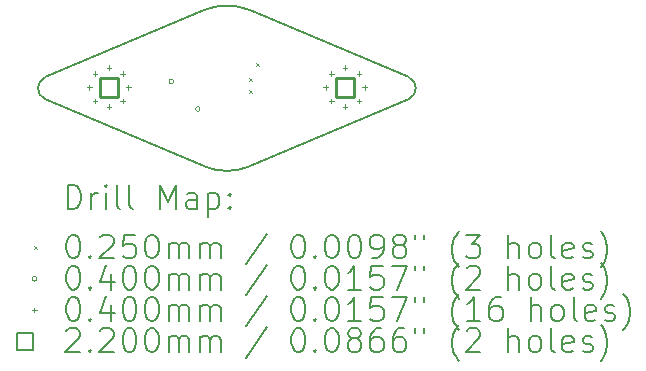
<source format=gbr>
%TF.GenerationSoftware,KiCad,Pcbnew,8.0.1*%
%TF.CreationDate,2024-05-01T16:23:47+08:00*%
%TF.ProjectId,encoder,656e636f-6465-4722-9e6b-696361645f70,rev?*%
%TF.SameCoordinates,Original*%
%TF.FileFunction,Drillmap*%
%TF.FilePolarity,Positive*%
%FSLAX45Y45*%
G04 Gerber Fmt 4.5, Leading zero omitted, Abs format (unit mm)*
G04 Created by KiCad (PCBNEW 8.0.1) date 2024-05-01 16:23:47*
%MOMM*%
%LPD*%
G01*
G04 APERTURE LIST*
%ADD10C,0.200000*%
%ADD11C,0.100000*%
%ADD12C,0.220000*%
G04 APERTURE END LIST*
D10*
X18490000Y-7385000D02*
X19834212Y-6816586D01*
X19834212Y-8137624D02*
X18490000Y-7569210D01*
X21567895Y-7569210D02*
X20223683Y-8137624D01*
X21567895Y-7385001D02*
G75*
G02*
X21567891Y-7569200I-38945J-92099D01*
G01*
X21567895Y-7385001D02*
X21567895Y-7385000D01*
X20223683Y-6816586D02*
X21567895Y-7385000D01*
X18490000Y-7569209D02*
X18490000Y-7569210D01*
X18490000Y-7569209D02*
G75*
G02*
X18489997Y-7384993I38950J92109D01*
G01*
X20223683Y-8137624D02*
G75*
G02*
X19834213Y-8137622I-194733J460514D01*
G01*
X21567895Y-7569209D02*
X21567895Y-7569210D01*
X18490000Y-7385001D02*
X18490000Y-7385000D01*
X19834212Y-6816586D02*
G75*
G02*
X20223683Y-6816586I194735J-460517D01*
G01*
D11*
X20217500Y-7394000D02*
X20242500Y-7419000D01*
X20242500Y-7394000D02*
X20217500Y-7419000D01*
X20217500Y-7491500D02*
X20242500Y-7516500D01*
X20242500Y-7491500D02*
X20217500Y-7516500D01*
X20276900Y-7267000D02*
X20301900Y-7292000D01*
X20301900Y-7267000D02*
X20276900Y-7292000D01*
X19579400Y-7420000D02*
G75*
G02*
X19539400Y-7420000I-20000J0D01*
G01*
X19539400Y-7420000D02*
G75*
G02*
X19579400Y-7420000I20000J0D01*
G01*
X19802500Y-7654000D02*
G75*
G02*
X19762500Y-7654000I-20000J0D01*
G01*
X19762500Y-7654000D02*
G75*
G02*
X19802500Y-7654000I20000J0D01*
G01*
X18865000Y-7450000D02*
X18865000Y-7490000D01*
X18845000Y-7470000D02*
X18885000Y-7470000D01*
X18913327Y-7333327D02*
X18913327Y-7373327D01*
X18893327Y-7353327D02*
X18933327Y-7353327D01*
X18913327Y-7566673D02*
X18913327Y-7606673D01*
X18893327Y-7586673D02*
X18933327Y-7586673D01*
X19030000Y-7285000D02*
X19030000Y-7325000D01*
X19010000Y-7305000D02*
X19050000Y-7305000D01*
X19030000Y-7615000D02*
X19030000Y-7655000D01*
X19010000Y-7635000D02*
X19050000Y-7635000D01*
X19146673Y-7333327D02*
X19146673Y-7373327D01*
X19126673Y-7353327D02*
X19166673Y-7353327D01*
X19146673Y-7566673D02*
X19146673Y-7606673D01*
X19126673Y-7586673D02*
X19166673Y-7586673D01*
X19195000Y-7450000D02*
X19195000Y-7490000D01*
X19175000Y-7470000D02*
X19215000Y-7470000D01*
X20865000Y-7450000D02*
X20865000Y-7490000D01*
X20845000Y-7470000D02*
X20885000Y-7470000D01*
X20913327Y-7333327D02*
X20913327Y-7373327D01*
X20893327Y-7353327D02*
X20933327Y-7353327D01*
X20913327Y-7566673D02*
X20913327Y-7606673D01*
X20893327Y-7586673D02*
X20933327Y-7586673D01*
X21030000Y-7285000D02*
X21030000Y-7325000D01*
X21010000Y-7305000D02*
X21050000Y-7305000D01*
X21030000Y-7615000D02*
X21030000Y-7655000D01*
X21010000Y-7635000D02*
X21050000Y-7635000D01*
X21146673Y-7333327D02*
X21146673Y-7373327D01*
X21126673Y-7353327D02*
X21166673Y-7353327D01*
X21146673Y-7566673D02*
X21146673Y-7606673D01*
X21126673Y-7586673D02*
X21166673Y-7586673D01*
X21195000Y-7450000D02*
X21195000Y-7490000D01*
X21175000Y-7470000D02*
X21215000Y-7470000D01*
D12*
X19107783Y-7547782D02*
X19107783Y-7392217D01*
X18952218Y-7392217D01*
X18952218Y-7547782D01*
X19107783Y-7547782D01*
X21107783Y-7547782D02*
X21107783Y-7392217D01*
X20952218Y-7392217D01*
X20952218Y-7547782D01*
X21107783Y-7547782D01*
D10*
X18679721Y-8498588D02*
X18679721Y-8298588D01*
X18679721Y-8298588D02*
X18727340Y-8298588D01*
X18727340Y-8298588D02*
X18755912Y-8308112D01*
X18755912Y-8308112D02*
X18774959Y-8327159D01*
X18774959Y-8327159D02*
X18784483Y-8346207D01*
X18784483Y-8346207D02*
X18794007Y-8384302D01*
X18794007Y-8384302D02*
X18794007Y-8412874D01*
X18794007Y-8412874D02*
X18784483Y-8450969D01*
X18784483Y-8450969D02*
X18774959Y-8470017D01*
X18774959Y-8470017D02*
X18755912Y-8489064D01*
X18755912Y-8489064D02*
X18727340Y-8498588D01*
X18727340Y-8498588D02*
X18679721Y-8498588D01*
X18879721Y-8498588D02*
X18879721Y-8365255D01*
X18879721Y-8403350D02*
X18889245Y-8384302D01*
X18889245Y-8384302D02*
X18898769Y-8374778D01*
X18898769Y-8374778D02*
X18917817Y-8365255D01*
X18917817Y-8365255D02*
X18936864Y-8365255D01*
X19003531Y-8498588D02*
X19003531Y-8365255D01*
X19003531Y-8298588D02*
X18994007Y-8308112D01*
X18994007Y-8308112D02*
X19003531Y-8317636D01*
X19003531Y-8317636D02*
X19013055Y-8308112D01*
X19013055Y-8308112D02*
X19003531Y-8298588D01*
X19003531Y-8298588D02*
X19003531Y-8317636D01*
X19127340Y-8498588D02*
X19108293Y-8489064D01*
X19108293Y-8489064D02*
X19098769Y-8470017D01*
X19098769Y-8470017D02*
X19098769Y-8298588D01*
X19232102Y-8498588D02*
X19213055Y-8489064D01*
X19213055Y-8489064D02*
X19203531Y-8470017D01*
X19203531Y-8470017D02*
X19203531Y-8298588D01*
X19460674Y-8498588D02*
X19460674Y-8298588D01*
X19460674Y-8298588D02*
X19527340Y-8441445D01*
X19527340Y-8441445D02*
X19594007Y-8298588D01*
X19594007Y-8298588D02*
X19594007Y-8498588D01*
X19774959Y-8498588D02*
X19774959Y-8393826D01*
X19774959Y-8393826D02*
X19765436Y-8374778D01*
X19765436Y-8374778D02*
X19746388Y-8365255D01*
X19746388Y-8365255D02*
X19708293Y-8365255D01*
X19708293Y-8365255D02*
X19689245Y-8374778D01*
X19774959Y-8489064D02*
X19755912Y-8498588D01*
X19755912Y-8498588D02*
X19708293Y-8498588D01*
X19708293Y-8498588D02*
X19689245Y-8489064D01*
X19689245Y-8489064D02*
X19679721Y-8470017D01*
X19679721Y-8470017D02*
X19679721Y-8450969D01*
X19679721Y-8450969D02*
X19689245Y-8431921D01*
X19689245Y-8431921D02*
X19708293Y-8422398D01*
X19708293Y-8422398D02*
X19755912Y-8422398D01*
X19755912Y-8422398D02*
X19774959Y-8412874D01*
X19870198Y-8365255D02*
X19870198Y-8565255D01*
X19870198Y-8374778D02*
X19889245Y-8365255D01*
X19889245Y-8365255D02*
X19927340Y-8365255D01*
X19927340Y-8365255D02*
X19946388Y-8374778D01*
X19946388Y-8374778D02*
X19955912Y-8384302D01*
X19955912Y-8384302D02*
X19965436Y-8403350D01*
X19965436Y-8403350D02*
X19965436Y-8460493D01*
X19965436Y-8460493D02*
X19955912Y-8479540D01*
X19955912Y-8479540D02*
X19946388Y-8489064D01*
X19946388Y-8489064D02*
X19927340Y-8498588D01*
X19927340Y-8498588D02*
X19889245Y-8498588D01*
X19889245Y-8498588D02*
X19870198Y-8489064D01*
X20051150Y-8479540D02*
X20060674Y-8489064D01*
X20060674Y-8489064D02*
X20051150Y-8498588D01*
X20051150Y-8498588D02*
X20041626Y-8489064D01*
X20041626Y-8489064D02*
X20051150Y-8479540D01*
X20051150Y-8479540D02*
X20051150Y-8498588D01*
X20051150Y-8374778D02*
X20060674Y-8384302D01*
X20060674Y-8384302D02*
X20051150Y-8393826D01*
X20051150Y-8393826D02*
X20041626Y-8384302D01*
X20041626Y-8384302D02*
X20051150Y-8374778D01*
X20051150Y-8374778D02*
X20051150Y-8393826D01*
D11*
X18393945Y-8814604D02*
X18418945Y-8839604D01*
X18418945Y-8814604D02*
X18393945Y-8839604D01*
D10*
X18717817Y-8718588D02*
X18736864Y-8718588D01*
X18736864Y-8718588D02*
X18755912Y-8728112D01*
X18755912Y-8728112D02*
X18765436Y-8737636D01*
X18765436Y-8737636D02*
X18774959Y-8756683D01*
X18774959Y-8756683D02*
X18784483Y-8794778D01*
X18784483Y-8794778D02*
X18784483Y-8842398D01*
X18784483Y-8842398D02*
X18774959Y-8880493D01*
X18774959Y-8880493D02*
X18765436Y-8899540D01*
X18765436Y-8899540D02*
X18755912Y-8909064D01*
X18755912Y-8909064D02*
X18736864Y-8918588D01*
X18736864Y-8918588D02*
X18717817Y-8918588D01*
X18717817Y-8918588D02*
X18698769Y-8909064D01*
X18698769Y-8909064D02*
X18689245Y-8899540D01*
X18689245Y-8899540D02*
X18679721Y-8880493D01*
X18679721Y-8880493D02*
X18670198Y-8842398D01*
X18670198Y-8842398D02*
X18670198Y-8794778D01*
X18670198Y-8794778D02*
X18679721Y-8756683D01*
X18679721Y-8756683D02*
X18689245Y-8737636D01*
X18689245Y-8737636D02*
X18698769Y-8728112D01*
X18698769Y-8728112D02*
X18717817Y-8718588D01*
X18870198Y-8899540D02*
X18879721Y-8909064D01*
X18879721Y-8909064D02*
X18870198Y-8918588D01*
X18870198Y-8918588D02*
X18860674Y-8909064D01*
X18860674Y-8909064D02*
X18870198Y-8899540D01*
X18870198Y-8899540D02*
X18870198Y-8918588D01*
X18955912Y-8737636D02*
X18965436Y-8728112D01*
X18965436Y-8728112D02*
X18984483Y-8718588D01*
X18984483Y-8718588D02*
X19032102Y-8718588D01*
X19032102Y-8718588D02*
X19051150Y-8728112D01*
X19051150Y-8728112D02*
X19060674Y-8737636D01*
X19060674Y-8737636D02*
X19070198Y-8756683D01*
X19070198Y-8756683D02*
X19070198Y-8775731D01*
X19070198Y-8775731D02*
X19060674Y-8804302D01*
X19060674Y-8804302D02*
X18946388Y-8918588D01*
X18946388Y-8918588D02*
X19070198Y-8918588D01*
X19251150Y-8718588D02*
X19155912Y-8718588D01*
X19155912Y-8718588D02*
X19146388Y-8813826D01*
X19146388Y-8813826D02*
X19155912Y-8804302D01*
X19155912Y-8804302D02*
X19174959Y-8794778D01*
X19174959Y-8794778D02*
X19222579Y-8794778D01*
X19222579Y-8794778D02*
X19241626Y-8804302D01*
X19241626Y-8804302D02*
X19251150Y-8813826D01*
X19251150Y-8813826D02*
X19260674Y-8832874D01*
X19260674Y-8832874D02*
X19260674Y-8880493D01*
X19260674Y-8880493D02*
X19251150Y-8899540D01*
X19251150Y-8899540D02*
X19241626Y-8909064D01*
X19241626Y-8909064D02*
X19222579Y-8918588D01*
X19222579Y-8918588D02*
X19174959Y-8918588D01*
X19174959Y-8918588D02*
X19155912Y-8909064D01*
X19155912Y-8909064D02*
X19146388Y-8899540D01*
X19384483Y-8718588D02*
X19403531Y-8718588D01*
X19403531Y-8718588D02*
X19422579Y-8728112D01*
X19422579Y-8728112D02*
X19432102Y-8737636D01*
X19432102Y-8737636D02*
X19441626Y-8756683D01*
X19441626Y-8756683D02*
X19451150Y-8794778D01*
X19451150Y-8794778D02*
X19451150Y-8842398D01*
X19451150Y-8842398D02*
X19441626Y-8880493D01*
X19441626Y-8880493D02*
X19432102Y-8899540D01*
X19432102Y-8899540D02*
X19422579Y-8909064D01*
X19422579Y-8909064D02*
X19403531Y-8918588D01*
X19403531Y-8918588D02*
X19384483Y-8918588D01*
X19384483Y-8918588D02*
X19365436Y-8909064D01*
X19365436Y-8909064D02*
X19355912Y-8899540D01*
X19355912Y-8899540D02*
X19346388Y-8880493D01*
X19346388Y-8880493D02*
X19336864Y-8842398D01*
X19336864Y-8842398D02*
X19336864Y-8794778D01*
X19336864Y-8794778D02*
X19346388Y-8756683D01*
X19346388Y-8756683D02*
X19355912Y-8737636D01*
X19355912Y-8737636D02*
X19365436Y-8728112D01*
X19365436Y-8728112D02*
X19384483Y-8718588D01*
X19536864Y-8918588D02*
X19536864Y-8785255D01*
X19536864Y-8804302D02*
X19546388Y-8794778D01*
X19546388Y-8794778D02*
X19565436Y-8785255D01*
X19565436Y-8785255D02*
X19594007Y-8785255D01*
X19594007Y-8785255D02*
X19613055Y-8794778D01*
X19613055Y-8794778D02*
X19622579Y-8813826D01*
X19622579Y-8813826D02*
X19622579Y-8918588D01*
X19622579Y-8813826D02*
X19632102Y-8794778D01*
X19632102Y-8794778D02*
X19651150Y-8785255D01*
X19651150Y-8785255D02*
X19679721Y-8785255D01*
X19679721Y-8785255D02*
X19698769Y-8794778D01*
X19698769Y-8794778D02*
X19708293Y-8813826D01*
X19708293Y-8813826D02*
X19708293Y-8918588D01*
X19803531Y-8918588D02*
X19803531Y-8785255D01*
X19803531Y-8804302D02*
X19813055Y-8794778D01*
X19813055Y-8794778D02*
X19832102Y-8785255D01*
X19832102Y-8785255D02*
X19860674Y-8785255D01*
X19860674Y-8785255D02*
X19879721Y-8794778D01*
X19879721Y-8794778D02*
X19889245Y-8813826D01*
X19889245Y-8813826D02*
X19889245Y-8918588D01*
X19889245Y-8813826D02*
X19898769Y-8794778D01*
X19898769Y-8794778D02*
X19917817Y-8785255D01*
X19917817Y-8785255D02*
X19946388Y-8785255D01*
X19946388Y-8785255D02*
X19965436Y-8794778D01*
X19965436Y-8794778D02*
X19974960Y-8813826D01*
X19974960Y-8813826D02*
X19974960Y-8918588D01*
X20365436Y-8709064D02*
X20194007Y-8966207D01*
X20622579Y-8718588D02*
X20641626Y-8718588D01*
X20641626Y-8718588D02*
X20660674Y-8728112D01*
X20660674Y-8728112D02*
X20670198Y-8737636D01*
X20670198Y-8737636D02*
X20679722Y-8756683D01*
X20679722Y-8756683D02*
X20689245Y-8794778D01*
X20689245Y-8794778D02*
X20689245Y-8842398D01*
X20689245Y-8842398D02*
X20679722Y-8880493D01*
X20679722Y-8880493D02*
X20670198Y-8899540D01*
X20670198Y-8899540D02*
X20660674Y-8909064D01*
X20660674Y-8909064D02*
X20641626Y-8918588D01*
X20641626Y-8918588D02*
X20622579Y-8918588D01*
X20622579Y-8918588D02*
X20603531Y-8909064D01*
X20603531Y-8909064D02*
X20594007Y-8899540D01*
X20594007Y-8899540D02*
X20584483Y-8880493D01*
X20584483Y-8880493D02*
X20574960Y-8842398D01*
X20574960Y-8842398D02*
X20574960Y-8794778D01*
X20574960Y-8794778D02*
X20584483Y-8756683D01*
X20584483Y-8756683D02*
X20594007Y-8737636D01*
X20594007Y-8737636D02*
X20603531Y-8728112D01*
X20603531Y-8728112D02*
X20622579Y-8718588D01*
X20774960Y-8899540D02*
X20784483Y-8909064D01*
X20784483Y-8909064D02*
X20774960Y-8918588D01*
X20774960Y-8918588D02*
X20765436Y-8909064D01*
X20765436Y-8909064D02*
X20774960Y-8899540D01*
X20774960Y-8899540D02*
X20774960Y-8918588D01*
X20908293Y-8718588D02*
X20927341Y-8718588D01*
X20927341Y-8718588D02*
X20946388Y-8728112D01*
X20946388Y-8728112D02*
X20955912Y-8737636D01*
X20955912Y-8737636D02*
X20965436Y-8756683D01*
X20965436Y-8756683D02*
X20974960Y-8794778D01*
X20974960Y-8794778D02*
X20974960Y-8842398D01*
X20974960Y-8842398D02*
X20965436Y-8880493D01*
X20965436Y-8880493D02*
X20955912Y-8899540D01*
X20955912Y-8899540D02*
X20946388Y-8909064D01*
X20946388Y-8909064D02*
X20927341Y-8918588D01*
X20927341Y-8918588D02*
X20908293Y-8918588D01*
X20908293Y-8918588D02*
X20889245Y-8909064D01*
X20889245Y-8909064D02*
X20879722Y-8899540D01*
X20879722Y-8899540D02*
X20870198Y-8880493D01*
X20870198Y-8880493D02*
X20860674Y-8842398D01*
X20860674Y-8842398D02*
X20860674Y-8794778D01*
X20860674Y-8794778D02*
X20870198Y-8756683D01*
X20870198Y-8756683D02*
X20879722Y-8737636D01*
X20879722Y-8737636D02*
X20889245Y-8728112D01*
X20889245Y-8728112D02*
X20908293Y-8718588D01*
X21098769Y-8718588D02*
X21117817Y-8718588D01*
X21117817Y-8718588D02*
X21136864Y-8728112D01*
X21136864Y-8728112D02*
X21146388Y-8737636D01*
X21146388Y-8737636D02*
X21155912Y-8756683D01*
X21155912Y-8756683D02*
X21165436Y-8794778D01*
X21165436Y-8794778D02*
X21165436Y-8842398D01*
X21165436Y-8842398D02*
X21155912Y-8880493D01*
X21155912Y-8880493D02*
X21146388Y-8899540D01*
X21146388Y-8899540D02*
X21136864Y-8909064D01*
X21136864Y-8909064D02*
X21117817Y-8918588D01*
X21117817Y-8918588D02*
X21098769Y-8918588D01*
X21098769Y-8918588D02*
X21079722Y-8909064D01*
X21079722Y-8909064D02*
X21070198Y-8899540D01*
X21070198Y-8899540D02*
X21060674Y-8880493D01*
X21060674Y-8880493D02*
X21051150Y-8842398D01*
X21051150Y-8842398D02*
X21051150Y-8794778D01*
X21051150Y-8794778D02*
X21060674Y-8756683D01*
X21060674Y-8756683D02*
X21070198Y-8737636D01*
X21070198Y-8737636D02*
X21079722Y-8728112D01*
X21079722Y-8728112D02*
X21098769Y-8718588D01*
X21260674Y-8918588D02*
X21298769Y-8918588D01*
X21298769Y-8918588D02*
X21317817Y-8909064D01*
X21317817Y-8909064D02*
X21327341Y-8899540D01*
X21327341Y-8899540D02*
X21346388Y-8870969D01*
X21346388Y-8870969D02*
X21355912Y-8832874D01*
X21355912Y-8832874D02*
X21355912Y-8756683D01*
X21355912Y-8756683D02*
X21346388Y-8737636D01*
X21346388Y-8737636D02*
X21336864Y-8728112D01*
X21336864Y-8728112D02*
X21317817Y-8718588D01*
X21317817Y-8718588D02*
X21279722Y-8718588D01*
X21279722Y-8718588D02*
X21260674Y-8728112D01*
X21260674Y-8728112D02*
X21251150Y-8737636D01*
X21251150Y-8737636D02*
X21241626Y-8756683D01*
X21241626Y-8756683D02*
X21241626Y-8804302D01*
X21241626Y-8804302D02*
X21251150Y-8823350D01*
X21251150Y-8823350D02*
X21260674Y-8832874D01*
X21260674Y-8832874D02*
X21279722Y-8842398D01*
X21279722Y-8842398D02*
X21317817Y-8842398D01*
X21317817Y-8842398D02*
X21336864Y-8832874D01*
X21336864Y-8832874D02*
X21346388Y-8823350D01*
X21346388Y-8823350D02*
X21355912Y-8804302D01*
X21470198Y-8804302D02*
X21451150Y-8794778D01*
X21451150Y-8794778D02*
X21441626Y-8785255D01*
X21441626Y-8785255D02*
X21432103Y-8766207D01*
X21432103Y-8766207D02*
X21432103Y-8756683D01*
X21432103Y-8756683D02*
X21441626Y-8737636D01*
X21441626Y-8737636D02*
X21451150Y-8728112D01*
X21451150Y-8728112D02*
X21470198Y-8718588D01*
X21470198Y-8718588D02*
X21508293Y-8718588D01*
X21508293Y-8718588D02*
X21527341Y-8728112D01*
X21527341Y-8728112D02*
X21536864Y-8737636D01*
X21536864Y-8737636D02*
X21546388Y-8756683D01*
X21546388Y-8756683D02*
X21546388Y-8766207D01*
X21546388Y-8766207D02*
X21536864Y-8785255D01*
X21536864Y-8785255D02*
X21527341Y-8794778D01*
X21527341Y-8794778D02*
X21508293Y-8804302D01*
X21508293Y-8804302D02*
X21470198Y-8804302D01*
X21470198Y-8804302D02*
X21451150Y-8813826D01*
X21451150Y-8813826D02*
X21441626Y-8823350D01*
X21441626Y-8823350D02*
X21432103Y-8842398D01*
X21432103Y-8842398D02*
X21432103Y-8880493D01*
X21432103Y-8880493D02*
X21441626Y-8899540D01*
X21441626Y-8899540D02*
X21451150Y-8909064D01*
X21451150Y-8909064D02*
X21470198Y-8918588D01*
X21470198Y-8918588D02*
X21508293Y-8918588D01*
X21508293Y-8918588D02*
X21527341Y-8909064D01*
X21527341Y-8909064D02*
X21536864Y-8899540D01*
X21536864Y-8899540D02*
X21546388Y-8880493D01*
X21546388Y-8880493D02*
X21546388Y-8842398D01*
X21546388Y-8842398D02*
X21536864Y-8823350D01*
X21536864Y-8823350D02*
X21527341Y-8813826D01*
X21527341Y-8813826D02*
X21508293Y-8804302D01*
X21622579Y-8718588D02*
X21622579Y-8756683D01*
X21698769Y-8718588D02*
X21698769Y-8756683D01*
X21994007Y-8994778D02*
X21984484Y-8985255D01*
X21984484Y-8985255D02*
X21965436Y-8956683D01*
X21965436Y-8956683D02*
X21955912Y-8937636D01*
X21955912Y-8937636D02*
X21946388Y-8909064D01*
X21946388Y-8909064D02*
X21936865Y-8861445D01*
X21936865Y-8861445D02*
X21936865Y-8823350D01*
X21936865Y-8823350D02*
X21946388Y-8775731D01*
X21946388Y-8775731D02*
X21955912Y-8747159D01*
X21955912Y-8747159D02*
X21965436Y-8728112D01*
X21965436Y-8728112D02*
X21984484Y-8699540D01*
X21984484Y-8699540D02*
X21994007Y-8690017D01*
X22051150Y-8718588D02*
X22174960Y-8718588D01*
X22174960Y-8718588D02*
X22108293Y-8794778D01*
X22108293Y-8794778D02*
X22136865Y-8794778D01*
X22136865Y-8794778D02*
X22155912Y-8804302D01*
X22155912Y-8804302D02*
X22165436Y-8813826D01*
X22165436Y-8813826D02*
X22174960Y-8832874D01*
X22174960Y-8832874D02*
X22174960Y-8880493D01*
X22174960Y-8880493D02*
X22165436Y-8899540D01*
X22165436Y-8899540D02*
X22155912Y-8909064D01*
X22155912Y-8909064D02*
X22136865Y-8918588D01*
X22136865Y-8918588D02*
X22079722Y-8918588D01*
X22079722Y-8918588D02*
X22060674Y-8909064D01*
X22060674Y-8909064D02*
X22051150Y-8899540D01*
X22413055Y-8918588D02*
X22413055Y-8718588D01*
X22498769Y-8918588D02*
X22498769Y-8813826D01*
X22498769Y-8813826D02*
X22489245Y-8794778D01*
X22489245Y-8794778D02*
X22470198Y-8785255D01*
X22470198Y-8785255D02*
X22441626Y-8785255D01*
X22441626Y-8785255D02*
X22422579Y-8794778D01*
X22422579Y-8794778D02*
X22413055Y-8804302D01*
X22622579Y-8918588D02*
X22603531Y-8909064D01*
X22603531Y-8909064D02*
X22594007Y-8899540D01*
X22594007Y-8899540D02*
X22584484Y-8880493D01*
X22584484Y-8880493D02*
X22584484Y-8823350D01*
X22584484Y-8823350D02*
X22594007Y-8804302D01*
X22594007Y-8804302D02*
X22603531Y-8794778D01*
X22603531Y-8794778D02*
X22622579Y-8785255D01*
X22622579Y-8785255D02*
X22651150Y-8785255D01*
X22651150Y-8785255D02*
X22670198Y-8794778D01*
X22670198Y-8794778D02*
X22679722Y-8804302D01*
X22679722Y-8804302D02*
X22689245Y-8823350D01*
X22689245Y-8823350D02*
X22689245Y-8880493D01*
X22689245Y-8880493D02*
X22679722Y-8899540D01*
X22679722Y-8899540D02*
X22670198Y-8909064D01*
X22670198Y-8909064D02*
X22651150Y-8918588D01*
X22651150Y-8918588D02*
X22622579Y-8918588D01*
X22803531Y-8918588D02*
X22784484Y-8909064D01*
X22784484Y-8909064D02*
X22774960Y-8890017D01*
X22774960Y-8890017D02*
X22774960Y-8718588D01*
X22955912Y-8909064D02*
X22936865Y-8918588D01*
X22936865Y-8918588D02*
X22898769Y-8918588D01*
X22898769Y-8918588D02*
X22879722Y-8909064D01*
X22879722Y-8909064D02*
X22870198Y-8890017D01*
X22870198Y-8890017D02*
X22870198Y-8813826D01*
X22870198Y-8813826D02*
X22879722Y-8794778D01*
X22879722Y-8794778D02*
X22898769Y-8785255D01*
X22898769Y-8785255D02*
X22936865Y-8785255D01*
X22936865Y-8785255D02*
X22955912Y-8794778D01*
X22955912Y-8794778D02*
X22965436Y-8813826D01*
X22965436Y-8813826D02*
X22965436Y-8832874D01*
X22965436Y-8832874D02*
X22870198Y-8851921D01*
X23041626Y-8909064D02*
X23060674Y-8918588D01*
X23060674Y-8918588D02*
X23098769Y-8918588D01*
X23098769Y-8918588D02*
X23117817Y-8909064D01*
X23117817Y-8909064D02*
X23127341Y-8890017D01*
X23127341Y-8890017D02*
X23127341Y-8880493D01*
X23127341Y-8880493D02*
X23117817Y-8861445D01*
X23117817Y-8861445D02*
X23098769Y-8851921D01*
X23098769Y-8851921D02*
X23070198Y-8851921D01*
X23070198Y-8851921D02*
X23051150Y-8842398D01*
X23051150Y-8842398D02*
X23041626Y-8823350D01*
X23041626Y-8823350D02*
X23041626Y-8813826D01*
X23041626Y-8813826D02*
X23051150Y-8794778D01*
X23051150Y-8794778D02*
X23070198Y-8785255D01*
X23070198Y-8785255D02*
X23098769Y-8785255D01*
X23098769Y-8785255D02*
X23117817Y-8794778D01*
X23194007Y-8994778D02*
X23203531Y-8985255D01*
X23203531Y-8985255D02*
X23222579Y-8956683D01*
X23222579Y-8956683D02*
X23232103Y-8937636D01*
X23232103Y-8937636D02*
X23241626Y-8909064D01*
X23241626Y-8909064D02*
X23251150Y-8861445D01*
X23251150Y-8861445D02*
X23251150Y-8823350D01*
X23251150Y-8823350D02*
X23241626Y-8775731D01*
X23241626Y-8775731D02*
X23232103Y-8747159D01*
X23232103Y-8747159D02*
X23222579Y-8728112D01*
X23222579Y-8728112D02*
X23203531Y-8699540D01*
X23203531Y-8699540D02*
X23194007Y-8690017D01*
D11*
X18418945Y-9091104D02*
G75*
G02*
X18378945Y-9091104I-20000J0D01*
G01*
X18378945Y-9091104D02*
G75*
G02*
X18418945Y-9091104I20000J0D01*
G01*
D10*
X18717817Y-8982588D02*
X18736864Y-8982588D01*
X18736864Y-8982588D02*
X18755912Y-8992112D01*
X18755912Y-8992112D02*
X18765436Y-9001636D01*
X18765436Y-9001636D02*
X18774959Y-9020683D01*
X18774959Y-9020683D02*
X18784483Y-9058778D01*
X18784483Y-9058778D02*
X18784483Y-9106398D01*
X18784483Y-9106398D02*
X18774959Y-9144493D01*
X18774959Y-9144493D02*
X18765436Y-9163540D01*
X18765436Y-9163540D02*
X18755912Y-9173064D01*
X18755912Y-9173064D02*
X18736864Y-9182588D01*
X18736864Y-9182588D02*
X18717817Y-9182588D01*
X18717817Y-9182588D02*
X18698769Y-9173064D01*
X18698769Y-9173064D02*
X18689245Y-9163540D01*
X18689245Y-9163540D02*
X18679721Y-9144493D01*
X18679721Y-9144493D02*
X18670198Y-9106398D01*
X18670198Y-9106398D02*
X18670198Y-9058778D01*
X18670198Y-9058778D02*
X18679721Y-9020683D01*
X18679721Y-9020683D02*
X18689245Y-9001636D01*
X18689245Y-9001636D02*
X18698769Y-8992112D01*
X18698769Y-8992112D02*
X18717817Y-8982588D01*
X18870198Y-9163540D02*
X18879721Y-9173064D01*
X18879721Y-9173064D02*
X18870198Y-9182588D01*
X18870198Y-9182588D02*
X18860674Y-9173064D01*
X18860674Y-9173064D02*
X18870198Y-9163540D01*
X18870198Y-9163540D02*
X18870198Y-9182588D01*
X19051150Y-9049255D02*
X19051150Y-9182588D01*
X19003531Y-8973064D02*
X18955912Y-9115921D01*
X18955912Y-9115921D02*
X19079721Y-9115921D01*
X19194007Y-8982588D02*
X19213055Y-8982588D01*
X19213055Y-8982588D02*
X19232102Y-8992112D01*
X19232102Y-8992112D02*
X19241626Y-9001636D01*
X19241626Y-9001636D02*
X19251150Y-9020683D01*
X19251150Y-9020683D02*
X19260674Y-9058778D01*
X19260674Y-9058778D02*
X19260674Y-9106398D01*
X19260674Y-9106398D02*
X19251150Y-9144493D01*
X19251150Y-9144493D02*
X19241626Y-9163540D01*
X19241626Y-9163540D02*
X19232102Y-9173064D01*
X19232102Y-9173064D02*
X19213055Y-9182588D01*
X19213055Y-9182588D02*
X19194007Y-9182588D01*
X19194007Y-9182588D02*
X19174959Y-9173064D01*
X19174959Y-9173064D02*
X19165436Y-9163540D01*
X19165436Y-9163540D02*
X19155912Y-9144493D01*
X19155912Y-9144493D02*
X19146388Y-9106398D01*
X19146388Y-9106398D02*
X19146388Y-9058778D01*
X19146388Y-9058778D02*
X19155912Y-9020683D01*
X19155912Y-9020683D02*
X19165436Y-9001636D01*
X19165436Y-9001636D02*
X19174959Y-8992112D01*
X19174959Y-8992112D02*
X19194007Y-8982588D01*
X19384483Y-8982588D02*
X19403531Y-8982588D01*
X19403531Y-8982588D02*
X19422579Y-8992112D01*
X19422579Y-8992112D02*
X19432102Y-9001636D01*
X19432102Y-9001636D02*
X19441626Y-9020683D01*
X19441626Y-9020683D02*
X19451150Y-9058778D01*
X19451150Y-9058778D02*
X19451150Y-9106398D01*
X19451150Y-9106398D02*
X19441626Y-9144493D01*
X19441626Y-9144493D02*
X19432102Y-9163540D01*
X19432102Y-9163540D02*
X19422579Y-9173064D01*
X19422579Y-9173064D02*
X19403531Y-9182588D01*
X19403531Y-9182588D02*
X19384483Y-9182588D01*
X19384483Y-9182588D02*
X19365436Y-9173064D01*
X19365436Y-9173064D02*
X19355912Y-9163540D01*
X19355912Y-9163540D02*
X19346388Y-9144493D01*
X19346388Y-9144493D02*
X19336864Y-9106398D01*
X19336864Y-9106398D02*
X19336864Y-9058778D01*
X19336864Y-9058778D02*
X19346388Y-9020683D01*
X19346388Y-9020683D02*
X19355912Y-9001636D01*
X19355912Y-9001636D02*
X19365436Y-8992112D01*
X19365436Y-8992112D02*
X19384483Y-8982588D01*
X19536864Y-9182588D02*
X19536864Y-9049255D01*
X19536864Y-9068302D02*
X19546388Y-9058778D01*
X19546388Y-9058778D02*
X19565436Y-9049255D01*
X19565436Y-9049255D02*
X19594007Y-9049255D01*
X19594007Y-9049255D02*
X19613055Y-9058778D01*
X19613055Y-9058778D02*
X19622579Y-9077826D01*
X19622579Y-9077826D02*
X19622579Y-9182588D01*
X19622579Y-9077826D02*
X19632102Y-9058778D01*
X19632102Y-9058778D02*
X19651150Y-9049255D01*
X19651150Y-9049255D02*
X19679721Y-9049255D01*
X19679721Y-9049255D02*
X19698769Y-9058778D01*
X19698769Y-9058778D02*
X19708293Y-9077826D01*
X19708293Y-9077826D02*
X19708293Y-9182588D01*
X19803531Y-9182588D02*
X19803531Y-9049255D01*
X19803531Y-9068302D02*
X19813055Y-9058778D01*
X19813055Y-9058778D02*
X19832102Y-9049255D01*
X19832102Y-9049255D02*
X19860674Y-9049255D01*
X19860674Y-9049255D02*
X19879721Y-9058778D01*
X19879721Y-9058778D02*
X19889245Y-9077826D01*
X19889245Y-9077826D02*
X19889245Y-9182588D01*
X19889245Y-9077826D02*
X19898769Y-9058778D01*
X19898769Y-9058778D02*
X19917817Y-9049255D01*
X19917817Y-9049255D02*
X19946388Y-9049255D01*
X19946388Y-9049255D02*
X19965436Y-9058778D01*
X19965436Y-9058778D02*
X19974960Y-9077826D01*
X19974960Y-9077826D02*
X19974960Y-9182588D01*
X20365436Y-8973064D02*
X20194007Y-9230207D01*
X20622579Y-8982588D02*
X20641626Y-8982588D01*
X20641626Y-8982588D02*
X20660674Y-8992112D01*
X20660674Y-8992112D02*
X20670198Y-9001636D01*
X20670198Y-9001636D02*
X20679722Y-9020683D01*
X20679722Y-9020683D02*
X20689245Y-9058778D01*
X20689245Y-9058778D02*
X20689245Y-9106398D01*
X20689245Y-9106398D02*
X20679722Y-9144493D01*
X20679722Y-9144493D02*
X20670198Y-9163540D01*
X20670198Y-9163540D02*
X20660674Y-9173064D01*
X20660674Y-9173064D02*
X20641626Y-9182588D01*
X20641626Y-9182588D02*
X20622579Y-9182588D01*
X20622579Y-9182588D02*
X20603531Y-9173064D01*
X20603531Y-9173064D02*
X20594007Y-9163540D01*
X20594007Y-9163540D02*
X20584483Y-9144493D01*
X20584483Y-9144493D02*
X20574960Y-9106398D01*
X20574960Y-9106398D02*
X20574960Y-9058778D01*
X20574960Y-9058778D02*
X20584483Y-9020683D01*
X20584483Y-9020683D02*
X20594007Y-9001636D01*
X20594007Y-9001636D02*
X20603531Y-8992112D01*
X20603531Y-8992112D02*
X20622579Y-8982588D01*
X20774960Y-9163540D02*
X20784483Y-9173064D01*
X20784483Y-9173064D02*
X20774960Y-9182588D01*
X20774960Y-9182588D02*
X20765436Y-9173064D01*
X20765436Y-9173064D02*
X20774960Y-9163540D01*
X20774960Y-9163540D02*
X20774960Y-9182588D01*
X20908293Y-8982588D02*
X20927341Y-8982588D01*
X20927341Y-8982588D02*
X20946388Y-8992112D01*
X20946388Y-8992112D02*
X20955912Y-9001636D01*
X20955912Y-9001636D02*
X20965436Y-9020683D01*
X20965436Y-9020683D02*
X20974960Y-9058778D01*
X20974960Y-9058778D02*
X20974960Y-9106398D01*
X20974960Y-9106398D02*
X20965436Y-9144493D01*
X20965436Y-9144493D02*
X20955912Y-9163540D01*
X20955912Y-9163540D02*
X20946388Y-9173064D01*
X20946388Y-9173064D02*
X20927341Y-9182588D01*
X20927341Y-9182588D02*
X20908293Y-9182588D01*
X20908293Y-9182588D02*
X20889245Y-9173064D01*
X20889245Y-9173064D02*
X20879722Y-9163540D01*
X20879722Y-9163540D02*
X20870198Y-9144493D01*
X20870198Y-9144493D02*
X20860674Y-9106398D01*
X20860674Y-9106398D02*
X20860674Y-9058778D01*
X20860674Y-9058778D02*
X20870198Y-9020683D01*
X20870198Y-9020683D02*
X20879722Y-9001636D01*
X20879722Y-9001636D02*
X20889245Y-8992112D01*
X20889245Y-8992112D02*
X20908293Y-8982588D01*
X21165436Y-9182588D02*
X21051150Y-9182588D01*
X21108293Y-9182588D02*
X21108293Y-8982588D01*
X21108293Y-8982588D02*
X21089245Y-9011159D01*
X21089245Y-9011159D02*
X21070198Y-9030207D01*
X21070198Y-9030207D02*
X21051150Y-9039731D01*
X21346388Y-8982588D02*
X21251150Y-8982588D01*
X21251150Y-8982588D02*
X21241626Y-9077826D01*
X21241626Y-9077826D02*
X21251150Y-9068302D01*
X21251150Y-9068302D02*
X21270198Y-9058778D01*
X21270198Y-9058778D02*
X21317817Y-9058778D01*
X21317817Y-9058778D02*
X21336864Y-9068302D01*
X21336864Y-9068302D02*
X21346388Y-9077826D01*
X21346388Y-9077826D02*
X21355912Y-9096874D01*
X21355912Y-9096874D02*
X21355912Y-9144493D01*
X21355912Y-9144493D02*
X21346388Y-9163540D01*
X21346388Y-9163540D02*
X21336864Y-9173064D01*
X21336864Y-9173064D02*
X21317817Y-9182588D01*
X21317817Y-9182588D02*
X21270198Y-9182588D01*
X21270198Y-9182588D02*
X21251150Y-9173064D01*
X21251150Y-9173064D02*
X21241626Y-9163540D01*
X21422579Y-8982588D02*
X21555912Y-8982588D01*
X21555912Y-8982588D02*
X21470198Y-9182588D01*
X21622579Y-8982588D02*
X21622579Y-9020683D01*
X21698769Y-8982588D02*
X21698769Y-9020683D01*
X21994007Y-9258778D02*
X21984484Y-9249255D01*
X21984484Y-9249255D02*
X21965436Y-9220683D01*
X21965436Y-9220683D02*
X21955912Y-9201636D01*
X21955912Y-9201636D02*
X21946388Y-9173064D01*
X21946388Y-9173064D02*
X21936865Y-9125445D01*
X21936865Y-9125445D02*
X21936865Y-9087350D01*
X21936865Y-9087350D02*
X21946388Y-9039731D01*
X21946388Y-9039731D02*
X21955912Y-9011159D01*
X21955912Y-9011159D02*
X21965436Y-8992112D01*
X21965436Y-8992112D02*
X21984484Y-8963540D01*
X21984484Y-8963540D02*
X21994007Y-8954017D01*
X22060674Y-9001636D02*
X22070198Y-8992112D01*
X22070198Y-8992112D02*
X22089245Y-8982588D01*
X22089245Y-8982588D02*
X22136865Y-8982588D01*
X22136865Y-8982588D02*
X22155912Y-8992112D01*
X22155912Y-8992112D02*
X22165436Y-9001636D01*
X22165436Y-9001636D02*
X22174960Y-9020683D01*
X22174960Y-9020683D02*
X22174960Y-9039731D01*
X22174960Y-9039731D02*
X22165436Y-9068302D01*
X22165436Y-9068302D02*
X22051150Y-9182588D01*
X22051150Y-9182588D02*
X22174960Y-9182588D01*
X22413055Y-9182588D02*
X22413055Y-8982588D01*
X22498769Y-9182588D02*
X22498769Y-9077826D01*
X22498769Y-9077826D02*
X22489245Y-9058778D01*
X22489245Y-9058778D02*
X22470198Y-9049255D01*
X22470198Y-9049255D02*
X22441626Y-9049255D01*
X22441626Y-9049255D02*
X22422579Y-9058778D01*
X22422579Y-9058778D02*
X22413055Y-9068302D01*
X22622579Y-9182588D02*
X22603531Y-9173064D01*
X22603531Y-9173064D02*
X22594007Y-9163540D01*
X22594007Y-9163540D02*
X22584484Y-9144493D01*
X22584484Y-9144493D02*
X22584484Y-9087350D01*
X22584484Y-9087350D02*
X22594007Y-9068302D01*
X22594007Y-9068302D02*
X22603531Y-9058778D01*
X22603531Y-9058778D02*
X22622579Y-9049255D01*
X22622579Y-9049255D02*
X22651150Y-9049255D01*
X22651150Y-9049255D02*
X22670198Y-9058778D01*
X22670198Y-9058778D02*
X22679722Y-9068302D01*
X22679722Y-9068302D02*
X22689245Y-9087350D01*
X22689245Y-9087350D02*
X22689245Y-9144493D01*
X22689245Y-9144493D02*
X22679722Y-9163540D01*
X22679722Y-9163540D02*
X22670198Y-9173064D01*
X22670198Y-9173064D02*
X22651150Y-9182588D01*
X22651150Y-9182588D02*
X22622579Y-9182588D01*
X22803531Y-9182588D02*
X22784484Y-9173064D01*
X22784484Y-9173064D02*
X22774960Y-9154017D01*
X22774960Y-9154017D02*
X22774960Y-8982588D01*
X22955912Y-9173064D02*
X22936865Y-9182588D01*
X22936865Y-9182588D02*
X22898769Y-9182588D01*
X22898769Y-9182588D02*
X22879722Y-9173064D01*
X22879722Y-9173064D02*
X22870198Y-9154017D01*
X22870198Y-9154017D02*
X22870198Y-9077826D01*
X22870198Y-9077826D02*
X22879722Y-9058778D01*
X22879722Y-9058778D02*
X22898769Y-9049255D01*
X22898769Y-9049255D02*
X22936865Y-9049255D01*
X22936865Y-9049255D02*
X22955912Y-9058778D01*
X22955912Y-9058778D02*
X22965436Y-9077826D01*
X22965436Y-9077826D02*
X22965436Y-9096874D01*
X22965436Y-9096874D02*
X22870198Y-9115921D01*
X23041626Y-9173064D02*
X23060674Y-9182588D01*
X23060674Y-9182588D02*
X23098769Y-9182588D01*
X23098769Y-9182588D02*
X23117817Y-9173064D01*
X23117817Y-9173064D02*
X23127341Y-9154017D01*
X23127341Y-9154017D02*
X23127341Y-9144493D01*
X23127341Y-9144493D02*
X23117817Y-9125445D01*
X23117817Y-9125445D02*
X23098769Y-9115921D01*
X23098769Y-9115921D02*
X23070198Y-9115921D01*
X23070198Y-9115921D02*
X23051150Y-9106398D01*
X23051150Y-9106398D02*
X23041626Y-9087350D01*
X23041626Y-9087350D02*
X23041626Y-9077826D01*
X23041626Y-9077826D02*
X23051150Y-9058778D01*
X23051150Y-9058778D02*
X23070198Y-9049255D01*
X23070198Y-9049255D02*
X23098769Y-9049255D01*
X23098769Y-9049255D02*
X23117817Y-9058778D01*
X23194007Y-9258778D02*
X23203531Y-9249255D01*
X23203531Y-9249255D02*
X23222579Y-9220683D01*
X23222579Y-9220683D02*
X23232103Y-9201636D01*
X23232103Y-9201636D02*
X23241626Y-9173064D01*
X23241626Y-9173064D02*
X23251150Y-9125445D01*
X23251150Y-9125445D02*
X23251150Y-9087350D01*
X23251150Y-9087350D02*
X23241626Y-9039731D01*
X23241626Y-9039731D02*
X23232103Y-9011159D01*
X23232103Y-9011159D02*
X23222579Y-8992112D01*
X23222579Y-8992112D02*
X23203531Y-8963540D01*
X23203531Y-8963540D02*
X23194007Y-8954017D01*
D11*
X18398945Y-9335104D02*
X18398945Y-9375104D01*
X18378945Y-9355104D02*
X18418945Y-9355104D01*
D10*
X18717817Y-9246588D02*
X18736864Y-9246588D01*
X18736864Y-9246588D02*
X18755912Y-9256112D01*
X18755912Y-9256112D02*
X18765436Y-9265636D01*
X18765436Y-9265636D02*
X18774959Y-9284683D01*
X18774959Y-9284683D02*
X18784483Y-9322778D01*
X18784483Y-9322778D02*
X18784483Y-9370398D01*
X18784483Y-9370398D02*
X18774959Y-9408493D01*
X18774959Y-9408493D02*
X18765436Y-9427540D01*
X18765436Y-9427540D02*
X18755912Y-9437064D01*
X18755912Y-9437064D02*
X18736864Y-9446588D01*
X18736864Y-9446588D02*
X18717817Y-9446588D01*
X18717817Y-9446588D02*
X18698769Y-9437064D01*
X18698769Y-9437064D02*
X18689245Y-9427540D01*
X18689245Y-9427540D02*
X18679721Y-9408493D01*
X18679721Y-9408493D02*
X18670198Y-9370398D01*
X18670198Y-9370398D02*
X18670198Y-9322778D01*
X18670198Y-9322778D02*
X18679721Y-9284683D01*
X18679721Y-9284683D02*
X18689245Y-9265636D01*
X18689245Y-9265636D02*
X18698769Y-9256112D01*
X18698769Y-9256112D02*
X18717817Y-9246588D01*
X18870198Y-9427540D02*
X18879721Y-9437064D01*
X18879721Y-9437064D02*
X18870198Y-9446588D01*
X18870198Y-9446588D02*
X18860674Y-9437064D01*
X18860674Y-9437064D02*
X18870198Y-9427540D01*
X18870198Y-9427540D02*
X18870198Y-9446588D01*
X19051150Y-9313255D02*
X19051150Y-9446588D01*
X19003531Y-9237064D02*
X18955912Y-9379921D01*
X18955912Y-9379921D02*
X19079721Y-9379921D01*
X19194007Y-9246588D02*
X19213055Y-9246588D01*
X19213055Y-9246588D02*
X19232102Y-9256112D01*
X19232102Y-9256112D02*
X19241626Y-9265636D01*
X19241626Y-9265636D02*
X19251150Y-9284683D01*
X19251150Y-9284683D02*
X19260674Y-9322778D01*
X19260674Y-9322778D02*
X19260674Y-9370398D01*
X19260674Y-9370398D02*
X19251150Y-9408493D01*
X19251150Y-9408493D02*
X19241626Y-9427540D01*
X19241626Y-9427540D02*
X19232102Y-9437064D01*
X19232102Y-9437064D02*
X19213055Y-9446588D01*
X19213055Y-9446588D02*
X19194007Y-9446588D01*
X19194007Y-9446588D02*
X19174959Y-9437064D01*
X19174959Y-9437064D02*
X19165436Y-9427540D01*
X19165436Y-9427540D02*
X19155912Y-9408493D01*
X19155912Y-9408493D02*
X19146388Y-9370398D01*
X19146388Y-9370398D02*
X19146388Y-9322778D01*
X19146388Y-9322778D02*
X19155912Y-9284683D01*
X19155912Y-9284683D02*
X19165436Y-9265636D01*
X19165436Y-9265636D02*
X19174959Y-9256112D01*
X19174959Y-9256112D02*
X19194007Y-9246588D01*
X19384483Y-9246588D02*
X19403531Y-9246588D01*
X19403531Y-9246588D02*
X19422579Y-9256112D01*
X19422579Y-9256112D02*
X19432102Y-9265636D01*
X19432102Y-9265636D02*
X19441626Y-9284683D01*
X19441626Y-9284683D02*
X19451150Y-9322778D01*
X19451150Y-9322778D02*
X19451150Y-9370398D01*
X19451150Y-9370398D02*
X19441626Y-9408493D01*
X19441626Y-9408493D02*
X19432102Y-9427540D01*
X19432102Y-9427540D02*
X19422579Y-9437064D01*
X19422579Y-9437064D02*
X19403531Y-9446588D01*
X19403531Y-9446588D02*
X19384483Y-9446588D01*
X19384483Y-9446588D02*
X19365436Y-9437064D01*
X19365436Y-9437064D02*
X19355912Y-9427540D01*
X19355912Y-9427540D02*
X19346388Y-9408493D01*
X19346388Y-9408493D02*
X19336864Y-9370398D01*
X19336864Y-9370398D02*
X19336864Y-9322778D01*
X19336864Y-9322778D02*
X19346388Y-9284683D01*
X19346388Y-9284683D02*
X19355912Y-9265636D01*
X19355912Y-9265636D02*
X19365436Y-9256112D01*
X19365436Y-9256112D02*
X19384483Y-9246588D01*
X19536864Y-9446588D02*
X19536864Y-9313255D01*
X19536864Y-9332302D02*
X19546388Y-9322778D01*
X19546388Y-9322778D02*
X19565436Y-9313255D01*
X19565436Y-9313255D02*
X19594007Y-9313255D01*
X19594007Y-9313255D02*
X19613055Y-9322778D01*
X19613055Y-9322778D02*
X19622579Y-9341826D01*
X19622579Y-9341826D02*
X19622579Y-9446588D01*
X19622579Y-9341826D02*
X19632102Y-9322778D01*
X19632102Y-9322778D02*
X19651150Y-9313255D01*
X19651150Y-9313255D02*
X19679721Y-9313255D01*
X19679721Y-9313255D02*
X19698769Y-9322778D01*
X19698769Y-9322778D02*
X19708293Y-9341826D01*
X19708293Y-9341826D02*
X19708293Y-9446588D01*
X19803531Y-9446588D02*
X19803531Y-9313255D01*
X19803531Y-9332302D02*
X19813055Y-9322778D01*
X19813055Y-9322778D02*
X19832102Y-9313255D01*
X19832102Y-9313255D02*
X19860674Y-9313255D01*
X19860674Y-9313255D02*
X19879721Y-9322778D01*
X19879721Y-9322778D02*
X19889245Y-9341826D01*
X19889245Y-9341826D02*
X19889245Y-9446588D01*
X19889245Y-9341826D02*
X19898769Y-9322778D01*
X19898769Y-9322778D02*
X19917817Y-9313255D01*
X19917817Y-9313255D02*
X19946388Y-9313255D01*
X19946388Y-9313255D02*
X19965436Y-9322778D01*
X19965436Y-9322778D02*
X19974960Y-9341826D01*
X19974960Y-9341826D02*
X19974960Y-9446588D01*
X20365436Y-9237064D02*
X20194007Y-9494207D01*
X20622579Y-9246588D02*
X20641626Y-9246588D01*
X20641626Y-9246588D02*
X20660674Y-9256112D01*
X20660674Y-9256112D02*
X20670198Y-9265636D01*
X20670198Y-9265636D02*
X20679722Y-9284683D01*
X20679722Y-9284683D02*
X20689245Y-9322778D01*
X20689245Y-9322778D02*
X20689245Y-9370398D01*
X20689245Y-9370398D02*
X20679722Y-9408493D01*
X20679722Y-9408493D02*
X20670198Y-9427540D01*
X20670198Y-9427540D02*
X20660674Y-9437064D01*
X20660674Y-9437064D02*
X20641626Y-9446588D01*
X20641626Y-9446588D02*
X20622579Y-9446588D01*
X20622579Y-9446588D02*
X20603531Y-9437064D01*
X20603531Y-9437064D02*
X20594007Y-9427540D01*
X20594007Y-9427540D02*
X20584483Y-9408493D01*
X20584483Y-9408493D02*
X20574960Y-9370398D01*
X20574960Y-9370398D02*
X20574960Y-9322778D01*
X20574960Y-9322778D02*
X20584483Y-9284683D01*
X20584483Y-9284683D02*
X20594007Y-9265636D01*
X20594007Y-9265636D02*
X20603531Y-9256112D01*
X20603531Y-9256112D02*
X20622579Y-9246588D01*
X20774960Y-9427540D02*
X20784483Y-9437064D01*
X20784483Y-9437064D02*
X20774960Y-9446588D01*
X20774960Y-9446588D02*
X20765436Y-9437064D01*
X20765436Y-9437064D02*
X20774960Y-9427540D01*
X20774960Y-9427540D02*
X20774960Y-9446588D01*
X20908293Y-9246588D02*
X20927341Y-9246588D01*
X20927341Y-9246588D02*
X20946388Y-9256112D01*
X20946388Y-9256112D02*
X20955912Y-9265636D01*
X20955912Y-9265636D02*
X20965436Y-9284683D01*
X20965436Y-9284683D02*
X20974960Y-9322778D01*
X20974960Y-9322778D02*
X20974960Y-9370398D01*
X20974960Y-9370398D02*
X20965436Y-9408493D01*
X20965436Y-9408493D02*
X20955912Y-9427540D01*
X20955912Y-9427540D02*
X20946388Y-9437064D01*
X20946388Y-9437064D02*
X20927341Y-9446588D01*
X20927341Y-9446588D02*
X20908293Y-9446588D01*
X20908293Y-9446588D02*
X20889245Y-9437064D01*
X20889245Y-9437064D02*
X20879722Y-9427540D01*
X20879722Y-9427540D02*
X20870198Y-9408493D01*
X20870198Y-9408493D02*
X20860674Y-9370398D01*
X20860674Y-9370398D02*
X20860674Y-9322778D01*
X20860674Y-9322778D02*
X20870198Y-9284683D01*
X20870198Y-9284683D02*
X20879722Y-9265636D01*
X20879722Y-9265636D02*
X20889245Y-9256112D01*
X20889245Y-9256112D02*
X20908293Y-9246588D01*
X21165436Y-9446588D02*
X21051150Y-9446588D01*
X21108293Y-9446588D02*
X21108293Y-9246588D01*
X21108293Y-9246588D02*
X21089245Y-9275159D01*
X21089245Y-9275159D02*
X21070198Y-9294207D01*
X21070198Y-9294207D02*
X21051150Y-9303731D01*
X21346388Y-9246588D02*
X21251150Y-9246588D01*
X21251150Y-9246588D02*
X21241626Y-9341826D01*
X21241626Y-9341826D02*
X21251150Y-9332302D01*
X21251150Y-9332302D02*
X21270198Y-9322778D01*
X21270198Y-9322778D02*
X21317817Y-9322778D01*
X21317817Y-9322778D02*
X21336864Y-9332302D01*
X21336864Y-9332302D02*
X21346388Y-9341826D01*
X21346388Y-9341826D02*
X21355912Y-9360874D01*
X21355912Y-9360874D02*
X21355912Y-9408493D01*
X21355912Y-9408493D02*
X21346388Y-9427540D01*
X21346388Y-9427540D02*
X21336864Y-9437064D01*
X21336864Y-9437064D02*
X21317817Y-9446588D01*
X21317817Y-9446588D02*
X21270198Y-9446588D01*
X21270198Y-9446588D02*
X21251150Y-9437064D01*
X21251150Y-9437064D02*
X21241626Y-9427540D01*
X21422579Y-9246588D02*
X21555912Y-9246588D01*
X21555912Y-9246588D02*
X21470198Y-9446588D01*
X21622579Y-9246588D02*
X21622579Y-9284683D01*
X21698769Y-9246588D02*
X21698769Y-9284683D01*
X21994007Y-9522778D02*
X21984484Y-9513255D01*
X21984484Y-9513255D02*
X21965436Y-9484683D01*
X21965436Y-9484683D02*
X21955912Y-9465636D01*
X21955912Y-9465636D02*
X21946388Y-9437064D01*
X21946388Y-9437064D02*
X21936865Y-9389445D01*
X21936865Y-9389445D02*
X21936865Y-9351350D01*
X21936865Y-9351350D02*
X21946388Y-9303731D01*
X21946388Y-9303731D02*
X21955912Y-9275159D01*
X21955912Y-9275159D02*
X21965436Y-9256112D01*
X21965436Y-9256112D02*
X21984484Y-9227540D01*
X21984484Y-9227540D02*
X21994007Y-9218017D01*
X22174960Y-9446588D02*
X22060674Y-9446588D01*
X22117817Y-9446588D02*
X22117817Y-9246588D01*
X22117817Y-9246588D02*
X22098769Y-9275159D01*
X22098769Y-9275159D02*
X22079722Y-9294207D01*
X22079722Y-9294207D02*
X22060674Y-9303731D01*
X22346388Y-9246588D02*
X22308293Y-9246588D01*
X22308293Y-9246588D02*
X22289245Y-9256112D01*
X22289245Y-9256112D02*
X22279722Y-9265636D01*
X22279722Y-9265636D02*
X22260674Y-9294207D01*
X22260674Y-9294207D02*
X22251150Y-9332302D01*
X22251150Y-9332302D02*
X22251150Y-9408493D01*
X22251150Y-9408493D02*
X22260674Y-9427540D01*
X22260674Y-9427540D02*
X22270198Y-9437064D01*
X22270198Y-9437064D02*
X22289245Y-9446588D01*
X22289245Y-9446588D02*
X22327341Y-9446588D01*
X22327341Y-9446588D02*
X22346388Y-9437064D01*
X22346388Y-9437064D02*
X22355912Y-9427540D01*
X22355912Y-9427540D02*
X22365436Y-9408493D01*
X22365436Y-9408493D02*
X22365436Y-9360874D01*
X22365436Y-9360874D02*
X22355912Y-9341826D01*
X22355912Y-9341826D02*
X22346388Y-9332302D01*
X22346388Y-9332302D02*
X22327341Y-9322778D01*
X22327341Y-9322778D02*
X22289245Y-9322778D01*
X22289245Y-9322778D02*
X22270198Y-9332302D01*
X22270198Y-9332302D02*
X22260674Y-9341826D01*
X22260674Y-9341826D02*
X22251150Y-9360874D01*
X22603531Y-9446588D02*
X22603531Y-9246588D01*
X22689245Y-9446588D02*
X22689245Y-9341826D01*
X22689245Y-9341826D02*
X22679722Y-9322778D01*
X22679722Y-9322778D02*
X22660674Y-9313255D01*
X22660674Y-9313255D02*
X22632103Y-9313255D01*
X22632103Y-9313255D02*
X22613055Y-9322778D01*
X22613055Y-9322778D02*
X22603531Y-9332302D01*
X22813055Y-9446588D02*
X22794007Y-9437064D01*
X22794007Y-9437064D02*
X22784484Y-9427540D01*
X22784484Y-9427540D02*
X22774960Y-9408493D01*
X22774960Y-9408493D02*
X22774960Y-9351350D01*
X22774960Y-9351350D02*
X22784484Y-9332302D01*
X22784484Y-9332302D02*
X22794007Y-9322778D01*
X22794007Y-9322778D02*
X22813055Y-9313255D01*
X22813055Y-9313255D02*
X22841626Y-9313255D01*
X22841626Y-9313255D02*
X22860674Y-9322778D01*
X22860674Y-9322778D02*
X22870198Y-9332302D01*
X22870198Y-9332302D02*
X22879722Y-9351350D01*
X22879722Y-9351350D02*
X22879722Y-9408493D01*
X22879722Y-9408493D02*
X22870198Y-9427540D01*
X22870198Y-9427540D02*
X22860674Y-9437064D01*
X22860674Y-9437064D02*
X22841626Y-9446588D01*
X22841626Y-9446588D02*
X22813055Y-9446588D01*
X22994007Y-9446588D02*
X22974960Y-9437064D01*
X22974960Y-9437064D02*
X22965436Y-9418017D01*
X22965436Y-9418017D02*
X22965436Y-9246588D01*
X23146388Y-9437064D02*
X23127341Y-9446588D01*
X23127341Y-9446588D02*
X23089245Y-9446588D01*
X23089245Y-9446588D02*
X23070198Y-9437064D01*
X23070198Y-9437064D02*
X23060674Y-9418017D01*
X23060674Y-9418017D02*
X23060674Y-9341826D01*
X23060674Y-9341826D02*
X23070198Y-9322778D01*
X23070198Y-9322778D02*
X23089245Y-9313255D01*
X23089245Y-9313255D02*
X23127341Y-9313255D01*
X23127341Y-9313255D02*
X23146388Y-9322778D01*
X23146388Y-9322778D02*
X23155912Y-9341826D01*
X23155912Y-9341826D02*
X23155912Y-9360874D01*
X23155912Y-9360874D02*
X23060674Y-9379921D01*
X23232103Y-9437064D02*
X23251150Y-9446588D01*
X23251150Y-9446588D02*
X23289245Y-9446588D01*
X23289245Y-9446588D02*
X23308293Y-9437064D01*
X23308293Y-9437064D02*
X23317817Y-9418017D01*
X23317817Y-9418017D02*
X23317817Y-9408493D01*
X23317817Y-9408493D02*
X23308293Y-9389445D01*
X23308293Y-9389445D02*
X23289245Y-9379921D01*
X23289245Y-9379921D02*
X23260674Y-9379921D01*
X23260674Y-9379921D02*
X23241626Y-9370398D01*
X23241626Y-9370398D02*
X23232103Y-9351350D01*
X23232103Y-9351350D02*
X23232103Y-9341826D01*
X23232103Y-9341826D02*
X23241626Y-9322778D01*
X23241626Y-9322778D02*
X23260674Y-9313255D01*
X23260674Y-9313255D02*
X23289245Y-9313255D01*
X23289245Y-9313255D02*
X23308293Y-9322778D01*
X23384484Y-9522778D02*
X23394007Y-9513255D01*
X23394007Y-9513255D02*
X23413055Y-9484683D01*
X23413055Y-9484683D02*
X23422579Y-9465636D01*
X23422579Y-9465636D02*
X23432103Y-9437064D01*
X23432103Y-9437064D02*
X23441626Y-9389445D01*
X23441626Y-9389445D02*
X23441626Y-9351350D01*
X23441626Y-9351350D02*
X23432103Y-9303731D01*
X23432103Y-9303731D02*
X23422579Y-9275159D01*
X23422579Y-9275159D02*
X23413055Y-9256112D01*
X23413055Y-9256112D02*
X23394007Y-9227540D01*
X23394007Y-9227540D02*
X23384484Y-9218017D01*
X18389656Y-9689816D02*
X18389656Y-9548393D01*
X18248233Y-9548393D01*
X18248233Y-9689816D01*
X18389656Y-9689816D01*
X18670198Y-9529636D02*
X18679721Y-9520112D01*
X18679721Y-9520112D02*
X18698769Y-9510588D01*
X18698769Y-9510588D02*
X18746388Y-9510588D01*
X18746388Y-9510588D02*
X18765436Y-9520112D01*
X18765436Y-9520112D02*
X18774959Y-9529636D01*
X18774959Y-9529636D02*
X18784483Y-9548683D01*
X18784483Y-9548683D02*
X18784483Y-9567731D01*
X18784483Y-9567731D02*
X18774959Y-9596302D01*
X18774959Y-9596302D02*
X18660674Y-9710588D01*
X18660674Y-9710588D02*
X18784483Y-9710588D01*
X18870198Y-9691540D02*
X18879721Y-9701064D01*
X18879721Y-9701064D02*
X18870198Y-9710588D01*
X18870198Y-9710588D02*
X18860674Y-9701064D01*
X18860674Y-9701064D02*
X18870198Y-9691540D01*
X18870198Y-9691540D02*
X18870198Y-9710588D01*
X18955912Y-9529636D02*
X18965436Y-9520112D01*
X18965436Y-9520112D02*
X18984483Y-9510588D01*
X18984483Y-9510588D02*
X19032102Y-9510588D01*
X19032102Y-9510588D02*
X19051150Y-9520112D01*
X19051150Y-9520112D02*
X19060674Y-9529636D01*
X19060674Y-9529636D02*
X19070198Y-9548683D01*
X19070198Y-9548683D02*
X19070198Y-9567731D01*
X19070198Y-9567731D02*
X19060674Y-9596302D01*
X19060674Y-9596302D02*
X18946388Y-9710588D01*
X18946388Y-9710588D02*
X19070198Y-9710588D01*
X19194007Y-9510588D02*
X19213055Y-9510588D01*
X19213055Y-9510588D02*
X19232102Y-9520112D01*
X19232102Y-9520112D02*
X19241626Y-9529636D01*
X19241626Y-9529636D02*
X19251150Y-9548683D01*
X19251150Y-9548683D02*
X19260674Y-9586778D01*
X19260674Y-9586778D02*
X19260674Y-9634398D01*
X19260674Y-9634398D02*
X19251150Y-9672493D01*
X19251150Y-9672493D02*
X19241626Y-9691540D01*
X19241626Y-9691540D02*
X19232102Y-9701064D01*
X19232102Y-9701064D02*
X19213055Y-9710588D01*
X19213055Y-9710588D02*
X19194007Y-9710588D01*
X19194007Y-9710588D02*
X19174959Y-9701064D01*
X19174959Y-9701064D02*
X19165436Y-9691540D01*
X19165436Y-9691540D02*
X19155912Y-9672493D01*
X19155912Y-9672493D02*
X19146388Y-9634398D01*
X19146388Y-9634398D02*
X19146388Y-9586778D01*
X19146388Y-9586778D02*
X19155912Y-9548683D01*
X19155912Y-9548683D02*
X19165436Y-9529636D01*
X19165436Y-9529636D02*
X19174959Y-9520112D01*
X19174959Y-9520112D02*
X19194007Y-9510588D01*
X19384483Y-9510588D02*
X19403531Y-9510588D01*
X19403531Y-9510588D02*
X19422579Y-9520112D01*
X19422579Y-9520112D02*
X19432102Y-9529636D01*
X19432102Y-9529636D02*
X19441626Y-9548683D01*
X19441626Y-9548683D02*
X19451150Y-9586778D01*
X19451150Y-9586778D02*
X19451150Y-9634398D01*
X19451150Y-9634398D02*
X19441626Y-9672493D01*
X19441626Y-9672493D02*
X19432102Y-9691540D01*
X19432102Y-9691540D02*
X19422579Y-9701064D01*
X19422579Y-9701064D02*
X19403531Y-9710588D01*
X19403531Y-9710588D02*
X19384483Y-9710588D01*
X19384483Y-9710588D02*
X19365436Y-9701064D01*
X19365436Y-9701064D02*
X19355912Y-9691540D01*
X19355912Y-9691540D02*
X19346388Y-9672493D01*
X19346388Y-9672493D02*
X19336864Y-9634398D01*
X19336864Y-9634398D02*
X19336864Y-9586778D01*
X19336864Y-9586778D02*
X19346388Y-9548683D01*
X19346388Y-9548683D02*
X19355912Y-9529636D01*
X19355912Y-9529636D02*
X19365436Y-9520112D01*
X19365436Y-9520112D02*
X19384483Y-9510588D01*
X19536864Y-9710588D02*
X19536864Y-9577255D01*
X19536864Y-9596302D02*
X19546388Y-9586778D01*
X19546388Y-9586778D02*
X19565436Y-9577255D01*
X19565436Y-9577255D02*
X19594007Y-9577255D01*
X19594007Y-9577255D02*
X19613055Y-9586778D01*
X19613055Y-9586778D02*
X19622579Y-9605826D01*
X19622579Y-9605826D02*
X19622579Y-9710588D01*
X19622579Y-9605826D02*
X19632102Y-9586778D01*
X19632102Y-9586778D02*
X19651150Y-9577255D01*
X19651150Y-9577255D02*
X19679721Y-9577255D01*
X19679721Y-9577255D02*
X19698769Y-9586778D01*
X19698769Y-9586778D02*
X19708293Y-9605826D01*
X19708293Y-9605826D02*
X19708293Y-9710588D01*
X19803531Y-9710588D02*
X19803531Y-9577255D01*
X19803531Y-9596302D02*
X19813055Y-9586778D01*
X19813055Y-9586778D02*
X19832102Y-9577255D01*
X19832102Y-9577255D02*
X19860674Y-9577255D01*
X19860674Y-9577255D02*
X19879721Y-9586778D01*
X19879721Y-9586778D02*
X19889245Y-9605826D01*
X19889245Y-9605826D02*
X19889245Y-9710588D01*
X19889245Y-9605826D02*
X19898769Y-9586778D01*
X19898769Y-9586778D02*
X19917817Y-9577255D01*
X19917817Y-9577255D02*
X19946388Y-9577255D01*
X19946388Y-9577255D02*
X19965436Y-9586778D01*
X19965436Y-9586778D02*
X19974960Y-9605826D01*
X19974960Y-9605826D02*
X19974960Y-9710588D01*
X20365436Y-9501064D02*
X20194007Y-9758207D01*
X20622579Y-9510588D02*
X20641626Y-9510588D01*
X20641626Y-9510588D02*
X20660674Y-9520112D01*
X20660674Y-9520112D02*
X20670198Y-9529636D01*
X20670198Y-9529636D02*
X20679722Y-9548683D01*
X20679722Y-9548683D02*
X20689245Y-9586778D01*
X20689245Y-9586778D02*
X20689245Y-9634398D01*
X20689245Y-9634398D02*
X20679722Y-9672493D01*
X20679722Y-9672493D02*
X20670198Y-9691540D01*
X20670198Y-9691540D02*
X20660674Y-9701064D01*
X20660674Y-9701064D02*
X20641626Y-9710588D01*
X20641626Y-9710588D02*
X20622579Y-9710588D01*
X20622579Y-9710588D02*
X20603531Y-9701064D01*
X20603531Y-9701064D02*
X20594007Y-9691540D01*
X20594007Y-9691540D02*
X20584483Y-9672493D01*
X20584483Y-9672493D02*
X20574960Y-9634398D01*
X20574960Y-9634398D02*
X20574960Y-9586778D01*
X20574960Y-9586778D02*
X20584483Y-9548683D01*
X20584483Y-9548683D02*
X20594007Y-9529636D01*
X20594007Y-9529636D02*
X20603531Y-9520112D01*
X20603531Y-9520112D02*
X20622579Y-9510588D01*
X20774960Y-9691540D02*
X20784483Y-9701064D01*
X20784483Y-9701064D02*
X20774960Y-9710588D01*
X20774960Y-9710588D02*
X20765436Y-9701064D01*
X20765436Y-9701064D02*
X20774960Y-9691540D01*
X20774960Y-9691540D02*
X20774960Y-9710588D01*
X20908293Y-9510588D02*
X20927341Y-9510588D01*
X20927341Y-9510588D02*
X20946388Y-9520112D01*
X20946388Y-9520112D02*
X20955912Y-9529636D01*
X20955912Y-9529636D02*
X20965436Y-9548683D01*
X20965436Y-9548683D02*
X20974960Y-9586778D01*
X20974960Y-9586778D02*
X20974960Y-9634398D01*
X20974960Y-9634398D02*
X20965436Y-9672493D01*
X20965436Y-9672493D02*
X20955912Y-9691540D01*
X20955912Y-9691540D02*
X20946388Y-9701064D01*
X20946388Y-9701064D02*
X20927341Y-9710588D01*
X20927341Y-9710588D02*
X20908293Y-9710588D01*
X20908293Y-9710588D02*
X20889245Y-9701064D01*
X20889245Y-9701064D02*
X20879722Y-9691540D01*
X20879722Y-9691540D02*
X20870198Y-9672493D01*
X20870198Y-9672493D02*
X20860674Y-9634398D01*
X20860674Y-9634398D02*
X20860674Y-9586778D01*
X20860674Y-9586778D02*
X20870198Y-9548683D01*
X20870198Y-9548683D02*
X20879722Y-9529636D01*
X20879722Y-9529636D02*
X20889245Y-9520112D01*
X20889245Y-9520112D02*
X20908293Y-9510588D01*
X21089245Y-9596302D02*
X21070198Y-9586778D01*
X21070198Y-9586778D02*
X21060674Y-9577255D01*
X21060674Y-9577255D02*
X21051150Y-9558207D01*
X21051150Y-9558207D02*
X21051150Y-9548683D01*
X21051150Y-9548683D02*
X21060674Y-9529636D01*
X21060674Y-9529636D02*
X21070198Y-9520112D01*
X21070198Y-9520112D02*
X21089245Y-9510588D01*
X21089245Y-9510588D02*
X21127341Y-9510588D01*
X21127341Y-9510588D02*
X21146388Y-9520112D01*
X21146388Y-9520112D02*
X21155912Y-9529636D01*
X21155912Y-9529636D02*
X21165436Y-9548683D01*
X21165436Y-9548683D02*
X21165436Y-9558207D01*
X21165436Y-9558207D02*
X21155912Y-9577255D01*
X21155912Y-9577255D02*
X21146388Y-9586778D01*
X21146388Y-9586778D02*
X21127341Y-9596302D01*
X21127341Y-9596302D02*
X21089245Y-9596302D01*
X21089245Y-9596302D02*
X21070198Y-9605826D01*
X21070198Y-9605826D02*
X21060674Y-9615350D01*
X21060674Y-9615350D02*
X21051150Y-9634398D01*
X21051150Y-9634398D02*
X21051150Y-9672493D01*
X21051150Y-9672493D02*
X21060674Y-9691540D01*
X21060674Y-9691540D02*
X21070198Y-9701064D01*
X21070198Y-9701064D02*
X21089245Y-9710588D01*
X21089245Y-9710588D02*
X21127341Y-9710588D01*
X21127341Y-9710588D02*
X21146388Y-9701064D01*
X21146388Y-9701064D02*
X21155912Y-9691540D01*
X21155912Y-9691540D02*
X21165436Y-9672493D01*
X21165436Y-9672493D02*
X21165436Y-9634398D01*
X21165436Y-9634398D02*
X21155912Y-9615350D01*
X21155912Y-9615350D02*
X21146388Y-9605826D01*
X21146388Y-9605826D02*
X21127341Y-9596302D01*
X21336864Y-9510588D02*
X21298769Y-9510588D01*
X21298769Y-9510588D02*
X21279722Y-9520112D01*
X21279722Y-9520112D02*
X21270198Y-9529636D01*
X21270198Y-9529636D02*
X21251150Y-9558207D01*
X21251150Y-9558207D02*
X21241626Y-9596302D01*
X21241626Y-9596302D02*
X21241626Y-9672493D01*
X21241626Y-9672493D02*
X21251150Y-9691540D01*
X21251150Y-9691540D02*
X21260674Y-9701064D01*
X21260674Y-9701064D02*
X21279722Y-9710588D01*
X21279722Y-9710588D02*
X21317817Y-9710588D01*
X21317817Y-9710588D02*
X21336864Y-9701064D01*
X21336864Y-9701064D02*
X21346388Y-9691540D01*
X21346388Y-9691540D02*
X21355912Y-9672493D01*
X21355912Y-9672493D02*
X21355912Y-9624874D01*
X21355912Y-9624874D02*
X21346388Y-9605826D01*
X21346388Y-9605826D02*
X21336864Y-9596302D01*
X21336864Y-9596302D02*
X21317817Y-9586778D01*
X21317817Y-9586778D02*
X21279722Y-9586778D01*
X21279722Y-9586778D02*
X21260674Y-9596302D01*
X21260674Y-9596302D02*
X21251150Y-9605826D01*
X21251150Y-9605826D02*
X21241626Y-9624874D01*
X21527341Y-9510588D02*
X21489245Y-9510588D01*
X21489245Y-9510588D02*
X21470198Y-9520112D01*
X21470198Y-9520112D02*
X21460674Y-9529636D01*
X21460674Y-9529636D02*
X21441626Y-9558207D01*
X21441626Y-9558207D02*
X21432103Y-9596302D01*
X21432103Y-9596302D02*
X21432103Y-9672493D01*
X21432103Y-9672493D02*
X21441626Y-9691540D01*
X21441626Y-9691540D02*
X21451150Y-9701064D01*
X21451150Y-9701064D02*
X21470198Y-9710588D01*
X21470198Y-9710588D02*
X21508293Y-9710588D01*
X21508293Y-9710588D02*
X21527341Y-9701064D01*
X21527341Y-9701064D02*
X21536864Y-9691540D01*
X21536864Y-9691540D02*
X21546388Y-9672493D01*
X21546388Y-9672493D02*
X21546388Y-9624874D01*
X21546388Y-9624874D02*
X21536864Y-9605826D01*
X21536864Y-9605826D02*
X21527341Y-9596302D01*
X21527341Y-9596302D02*
X21508293Y-9586778D01*
X21508293Y-9586778D02*
X21470198Y-9586778D01*
X21470198Y-9586778D02*
X21451150Y-9596302D01*
X21451150Y-9596302D02*
X21441626Y-9605826D01*
X21441626Y-9605826D02*
X21432103Y-9624874D01*
X21622579Y-9510588D02*
X21622579Y-9548683D01*
X21698769Y-9510588D02*
X21698769Y-9548683D01*
X21994007Y-9786778D02*
X21984484Y-9777255D01*
X21984484Y-9777255D02*
X21965436Y-9748683D01*
X21965436Y-9748683D02*
X21955912Y-9729636D01*
X21955912Y-9729636D02*
X21946388Y-9701064D01*
X21946388Y-9701064D02*
X21936865Y-9653445D01*
X21936865Y-9653445D02*
X21936865Y-9615350D01*
X21936865Y-9615350D02*
X21946388Y-9567731D01*
X21946388Y-9567731D02*
X21955912Y-9539159D01*
X21955912Y-9539159D02*
X21965436Y-9520112D01*
X21965436Y-9520112D02*
X21984484Y-9491540D01*
X21984484Y-9491540D02*
X21994007Y-9482017D01*
X22060674Y-9529636D02*
X22070198Y-9520112D01*
X22070198Y-9520112D02*
X22089245Y-9510588D01*
X22089245Y-9510588D02*
X22136865Y-9510588D01*
X22136865Y-9510588D02*
X22155912Y-9520112D01*
X22155912Y-9520112D02*
X22165436Y-9529636D01*
X22165436Y-9529636D02*
X22174960Y-9548683D01*
X22174960Y-9548683D02*
X22174960Y-9567731D01*
X22174960Y-9567731D02*
X22165436Y-9596302D01*
X22165436Y-9596302D02*
X22051150Y-9710588D01*
X22051150Y-9710588D02*
X22174960Y-9710588D01*
X22413055Y-9710588D02*
X22413055Y-9510588D01*
X22498769Y-9710588D02*
X22498769Y-9605826D01*
X22498769Y-9605826D02*
X22489245Y-9586778D01*
X22489245Y-9586778D02*
X22470198Y-9577255D01*
X22470198Y-9577255D02*
X22441626Y-9577255D01*
X22441626Y-9577255D02*
X22422579Y-9586778D01*
X22422579Y-9586778D02*
X22413055Y-9596302D01*
X22622579Y-9710588D02*
X22603531Y-9701064D01*
X22603531Y-9701064D02*
X22594007Y-9691540D01*
X22594007Y-9691540D02*
X22584484Y-9672493D01*
X22584484Y-9672493D02*
X22584484Y-9615350D01*
X22584484Y-9615350D02*
X22594007Y-9596302D01*
X22594007Y-9596302D02*
X22603531Y-9586778D01*
X22603531Y-9586778D02*
X22622579Y-9577255D01*
X22622579Y-9577255D02*
X22651150Y-9577255D01*
X22651150Y-9577255D02*
X22670198Y-9586778D01*
X22670198Y-9586778D02*
X22679722Y-9596302D01*
X22679722Y-9596302D02*
X22689245Y-9615350D01*
X22689245Y-9615350D02*
X22689245Y-9672493D01*
X22689245Y-9672493D02*
X22679722Y-9691540D01*
X22679722Y-9691540D02*
X22670198Y-9701064D01*
X22670198Y-9701064D02*
X22651150Y-9710588D01*
X22651150Y-9710588D02*
X22622579Y-9710588D01*
X22803531Y-9710588D02*
X22784484Y-9701064D01*
X22784484Y-9701064D02*
X22774960Y-9682017D01*
X22774960Y-9682017D02*
X22774960Y-9510588D01*
X22955912Y-9701064D02*
X22936865Y-9710588D01*
X22936865Y-9710588D02*
X22898769Y-9710588D01*
X22898769Y-9710588D02*
X22879722Y-9701064D01*
X22879722Y-9701064D02*
X22870198Y-9682017D01*
X22870198Y-9682017D02*
X22870198Y-9605826D01*
X22870198Y-9605826D02*
X22879722Y-9586778D01*
X22879722Y-9586778D02*
X22898769Y-9577255D01*
X22898769Y-9577255D02*
X22936865Y-9577255D01*
X22936865Y-9577255D02*
X22955912Y-9586778D01*
X22955912Y-9586778D02*
X22965436Y-9605826D01*
X22965436Y-9605826D02*
X22965436Y-9624874D01*
X22965436Y-9624874D02*
X22870198Y-9643921D01*
X23041626Y-9701064D02*
X23060674Y-9710588D01*
X23060674Y-9710588D02*
X23098769Y-9710588D01*
X23098769Y-9710588D02*
X23117817Y-9701064D01*
X23117817Y-9701064D02*
X23127341Y-9682017D01*
X23127341Y-9682017D02*
X23127341Y-9672493D01*
X23127341Y-9672493D02*
X23117817Y-9653445D01*
X23117817Y-9653445D02*
X23098769Y-9643921D01*
X23098769Y-9643921D02*
X23070198Y-9643921D01*
X23070198Y-9643921D02*
X23051150Y-9634398D01*
X23051150Y-9634398D02*
X23041626Y-9615350D01*
X23041626Y-9615350D02*
X23041626Y-9605826D01*
X23041626Y-9605826D02*
X23051150Y-9586778D01*
X23051150Y-9586778D02*
X23070198Y-9577255D01*
X23070198Y-9577255D02*
X23098769Y-9577255D01*
X23098769Y-9577255D02*
X23117817Y-9586778D01*
X23194007Y-9786778D02*
X23203531Y-9777255D01*
X23203531Y-9777255D02*
X23222579Y-9748683D01*
X23222579Y-9748683D02*
X23232103Y-9729636D01*
X23232103Y-9729636D02*
X23241626Y-9701064D01*
X23241626Y-9701064D02*
X23251150Y-9653445D01*
X23251150Y-9653445D02*
X23251150Y-9615350D01*
X23251150Y-9615350D02*
X23241626Y-9567731D01*
X23241626Y-9567731D02*
X23232103Y-9539159D01*
X23232103Y-9539159D02*
X23222579Y-9520112D01*
X23222579Y-9520112D02*
X23203531Y-9491540D01*
X23203531Y-9491540D02*
X23194007Y-9482017D01*
M02*

</source>
